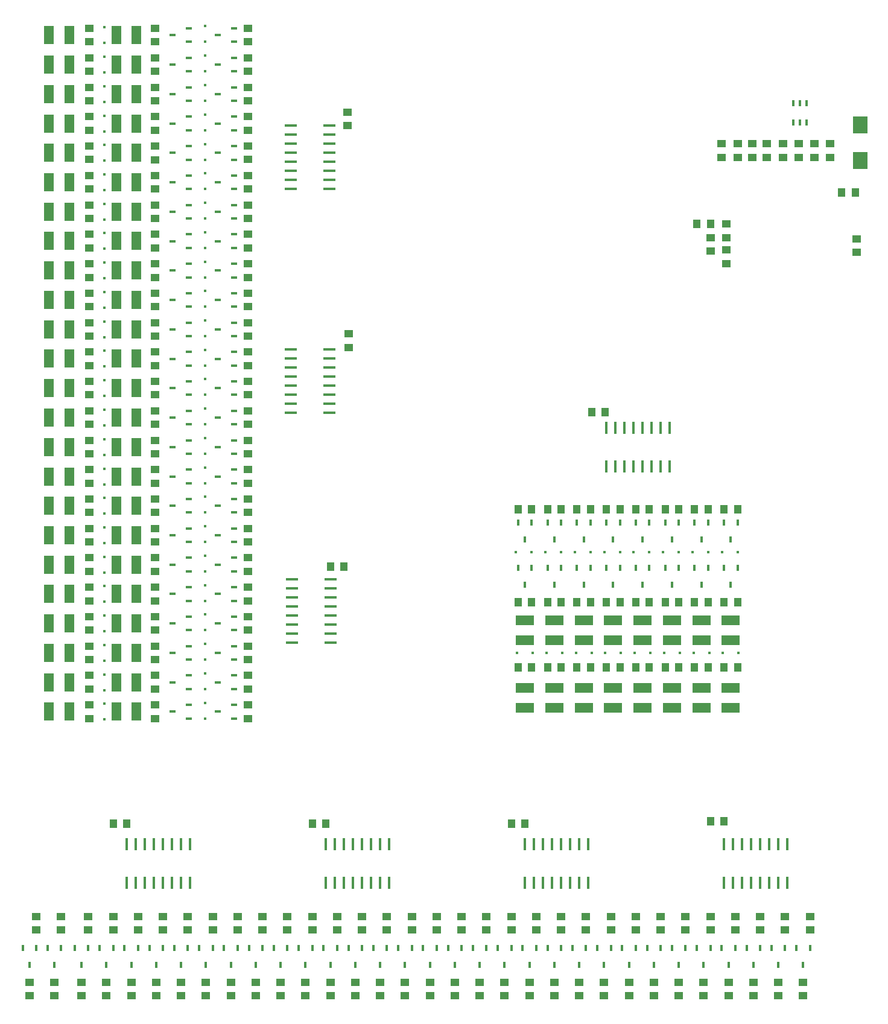
<source format=gbr>
G04 DipTrace 2.4.0.2*
%INTopSolderMask.gbr*%
%MOMM*%
%ADD57R,2.5X1.4*%
%ADD59R,0.85X0.45*%
%ADD61R,0.4X0.4*%
%ADD63R,1.4X2.5*%
%ADD65R,0.45X0.85*%
%ADD67R,1.8X0.4*%
%ADD69R,0.4X1.8*%
%ADD81R,0.4X0.9*%
%ADD91R,1.1X1.3*%
%ADD93R,0.1X1.4*%
%ADD95R,1.4X0.1*%
%ADD97R,2.0X2.4*%
%ADD99R,1.3X1.1*%
%FSLAX53Y53*%
G04*
G71*
G90*
G75*
G01*
%LNTopPaste*%
%LPD*%
D99*
X135890Y133509D3*
Y131609D3*
X127000Y133509D3*
Y131609D3*
X122870Y133506D3*
Y131606D3*
D97*
X140058Y136167D3*
Y131167D3*
D99*
X124936Y133509D3*
Y131609D3*
X121297Y120344D3*
Y122244D3*
X139555Y118281D3*
Y120181D3*
X121297Y116693D3*
Y118593D3*
D95*
X125584Y124314D3*
Y123814D3*
Y123314D3*
Y122814D3*
Y122314D3*
Y121814D3*
Y121314D3*
Y120814D3*
Y120314D3*
Y119814D3*
Y119314D3*
Y118814D3*
D93*
X127034Y117364D3*
X127534D3*
X128034D3*
X128534D3*
X129034D3*
X129534D3*
X130034D3*
X130534D3*
X131034D3*
X131534D3*
X132034D3*
X132534D3*
D95*
X133984Y118814D3*
Y119314D3*
Y119814D3*
Y120314D3*
Y120814D3*
Y121314D3*
Y121814D3*
Y122314D3*
Y122814D3*
Y123314D3*
Y123814D3*
Y124314D3*
D93*
X132534Y125764D3*
X132034D3*
X131534D3*
X131034D3*
X130534D3*
X130034D3*
X129534D3*
X129034D3*
X128534D3*
X128034D3*
X127534D3*
X127034D3*
D99*
X131442Y133506D3*
Y131606D3*
D91*
X137491Y126695D3*
X139391D3*
D99*
X129222Y133509D3*
Y131609D3*
X133667Y133509D3*
Y131609D3*
X120650Y131604D3*
Y133504D3*
X119075Y118444D3*
Y120344D3*
D91*
X117170Y122249D3*
X119070D3*
D81*
X130651Y136525D3*
X131601D3*
X132551D3*
Y139225D3*
X131601D3*
X130651D3*
D91*
X91123Y38100D3*
X93023D3*
D69*
X37148Y29845D3*
X38417D3*
X39688D3*
X40958D3*
X42227D3*
X43498D3*
X44768D3*
X46038D3*
Y35245D3*
X44768D3*
X43498D3*
X42227D3*
X40958D3*
X39688D3*
X38417D3*
X37148D3*
D91*
X35242Y38100D3*
X37143D3*
D69*
X65088Y29845D3*
X66358D3*
X67628D3*
X68898D3*
X70168D3*
X71438D3*
X72708D3*
X73978D3*
Y35245D3*
X72708D3*
X71438D3*
X70168D3*
X68898D3*
X67628D3*
X66358D3*
X65088D3*
D91*
X119062Y38417D3*
X120963D3*
D69*
X93028Y29845D3*
X94298D3*
X95567D3*
X96838D3*
X98108D3*
X99378D3*
X100647D3*
X101918D3*
Y35245D3*
X100647D3*
X99378D3*
X98108D3*
X96838D3*
X95567D3*
X94298D3*
X93028D3*
D91*
X63183Y38100D3*
X65082D3*
D69*
X120968Y29845D3*
X122238D3*
X123508D3*
X124777D3*
X126048D3*
X127317D3*
X128588D3*
X129857D3*
Y35245D3*
X128588D3*
X127317D3*
X126048D3*
X124777D3*
X123508D3*
X122238D3*
X120968D3*
D99*
X68263Y104934D3*
Y106834D3*
D67*
X60168Y136047D3*
Y134778D3*
Y133508D3*
Y132237D3*
Y130968D3*
Y129697D3*
Y128428D3*
Y127158D3*
X65568D3*
Y128428D3*
Y129697D3*
Y130968D3*
Y132237D3*
Y133508D3*
Y134778D3*
Y136047D3*
D91*
X67628Y74136D3*
X65728D3*
D67*
X60168Y104615D3*
Y103345D3*
Y102075D3*
Y100805D3*
Y99535D3*
Y98265D3*
Y96995D3*
Y95725D3*
X65568D3*
Y96995D3*
Y98265D3*
Y99535D3*
Y100805D3*
Y102075D3*
Y103345D3*
Y104615D3*
D91*
X104294Y95885D3*
X102394D3*
D67*
X60325Y72390D3*
Y71120D3*
Y69850D3*
Y68580D3*
Y67310D3*
Y66040D3*
Y64770D3*
Y63500D3*
X65725D3*
Y64770D3*
Y66040D3*
Y67310D3*
Y68580D3*
Y69850D3*
Y71120D3*
Y72390D3*
D99*
X68104Y136049D3*
Y137949D3*
D69*
X104457Y88265D3*
X105728D3*
X106997D3*
X108267D3*
X109537D3*
X110808D3*
X112077D3*
X113347D3*
Y93665D3*
X112077D3*
X110808D3*
X109537D3*
X108267D3*
X106997D3*
X105728D3*
X104457D3*
D99*
X24447Y25082D3*
Y23183D3*
X23495Y13970D3*
Y15870D3*
D65*
X24447Y20637D3*
X22547D3*
X23497Y18338D3*
D99*
X27940Y25082D3*
Y23183D3*
X26988Y13970D3*
Y15870D3*
D65*
X27940Y20637D3*
X26040D3*
X26990Y18338D3*
D99*
X31750Y25082D3*
Y23183D3*
X30798Y13970D3*
Y15870D3*
D65*
X31750Y20637D3*
X29850D3*
X30800Y18338D3*
D99*
X35242Y25082D3*
Y23183D3*
X34290Y13970D3*
Y15870D3*
D65*
X35242Y20637D3*
X33342D3*
X34292Y18338D3*
D99*
X38735Y25082D3*
Y23183D3*
X37782Y13970D3*
Y15870D3*
D65*
X38735Y20637D3*
X36835D3*
X37785Y18338D3*
D99*
X42227Y25082D3*
Y23183D3*
X41275Y13970D3*
Y15870D3*
D65*
X42227Y20637D3*
X40327D3*
X41277Y18338D3*
D99*
X45720Y25082D3*
Y23183D3*
X44768Y13970D3*
Y15870D3*
D65*
X45720Y20637D3*
X43820D3*
X44770Y18338D3*
D99*
X49213Y25082D3*
Y23183D3*
X48260Y13970D3*
Y15870D3*
D65*
X49212Y20637D3*
X47312D3*
X48262Y18338D3*
D99*
X52705Y25082D3*
Y23183D3*
X51752Y13970D3*
Y15870D3*
D65*
X52705Y20637D3*
X50805D3*
X51755Y18338D3*
D99*
X56197Y25082D3*
Y23183D3*
X55245Y13970D3*
Y15870D3*
D65*
X56197Y20637D3*
X54297D3*
X55247Y18338D3*
D99*
X59690Y25082D3*
Y23183D3*
X58738Y13970D3*
Y15870D3*
D65*
X59690Y20637D3*
X57790D3*
X58740Y18338D3*
D99*
X63183Y25082D3*
Y23183D3*
X62230Y13970D3*
Y15870D3*
D65*
X63182Y20637D3*
X61282D3*
X62232Y18338D3*
D99*
X66675Y25082D3*
Y23183D3*
X65723Y13970D3*
Y15870D3*
D65*
X66675Y20637D3*
X64775D3*
X65725Y18338D3*
D99*
X70168Y25082D3*
Y23183D3*
X69215Y13970D3*
Y15870D3*
D65*
X70167Y20637D3*
X68267D3*
X69217Y18338D3*
D99*
X73660Y25082D3*
Y23183D3*
X72707Y13970D3*
Y15870D3*
D65*
X73660Y20637D3*
X71760D3*
X72710Y18338D3*
D99*
X77153Y25082D3*
Y23183D3*
X76200Y13970D3*
Y15870D3*
D65*
X77152Y20637D3*
X75252D3*
X76202Y18338D3*
D99*
X80645Y25082D3*
Y23183D3*
X79693Y13970D3*
Y15870D3*
D65*
X80645Y20637D3*
X78745D3*
X79695Y18338D3*
D99*
X84138Y25082D3*
Y23183D3*
X83185Y13970D3*
Y15870D3*
D65*
X84137Y20637D3*
X82237D3*
X83187Y18338D3*
D99*
X87630Y25082D3*
Y23183D3*
X86677Y13970D3*
Y15870D3*
D65*
X87630Y20637D3*
X85730D3*
X86680Y18338D3*
D99*
X91123Y25082D3*
Y23183D3*
X90170Y13970D3*
Y15870D3*
D65*
X91122Y20637D3*
X89222D3*
X90172Y18338D3*
D99*
X94615Y25082D3*
Y23183D3*
X93663Y13970D3*
Y15870D3*
D65*
X94615Y20637D3*
X92715D3*
X93665Y18338D3*
D99*
X98108Y25082D3*
Y23183D3*
X97155Y13970D3*
Y15870D3*
D65*
X98107Y20637D3*
X96207D3*
X97157Y18338D3*
D99*
X101600Y25082D3*
Y23183D3*
X100647Y13970D3*
Y15870D3*
D65*
X101600Y20637D3*
X99700D3*
X100650Y18338D3*
D99*
X105093Y25082D3*
Y23183D3*
X104140Y13970D3*
Y15870D3*
D65*
X105092Y20637D3*
X103192D3*
X104142Y18338D3*
D99*
X108585Y25082D3*
Y23183D3*
X107633Y13975D3*
Y15875D3*
D65*
X108585Y20637D3*
X106685D3*
X107635Y18338D3*
D99*
X112078Y25082D3*
Y23183D3*
X111125Y13970D3*
Y15870D3*
D65*
X112077Y20637D3*
X110177D3*
X111127Y18338D3*
D99*
X115570Y25082D3*
Y23183D3*
X114618Y13970D3*
Y15870D3*
D65*
X115570Y20637D3*
X113670D3*
X114620Y18338D3*
D99*
X119062Y25082D3*
Y23183D3*
X118110Y13970D3*
Y15870D3*
D65*
X119062Y20637D3*
X117162D3*
X118112Y18338D3*
D99*
X122555Y25082D3*
Y23183D3*
X121603Y13970D3*
Y15870D3*
D65*
X122555Y20637D3*
X120655D3*
X121605Y18338D3*
D99*
X126048Y25082D3*
Y23183D3*
X125095Y13970D3*
Y15870D3*
D65*
X126047Y20637D3*
X124147D3*
X125097Y18338D3*
D99*
X129509Y25103D3*
Y23203D3*
X128587Y13970D3*
Y15870D3*
D65*
X129540Y20637D3*
X127640D3*
X128590Y18338D3*
D99*
X133032Y25082D3*
Y23183D3*
X132080Y13970D3*
Y15870D3*
D65*
X133032Y20637D3*
X131132D3*
X132083Y18338D3*
D99*
X31910Y147800D3*
Y149700D3*
D63*
X29052Y148748D3*
X26252D3*
D99*
X41117Y147795D3*
Y149695D3*
X54135Y149700D3*
Y147800D3*
D63*
X35720Y148748D3*
X38520D3*
D61*
X33963Y147648D3*
Y149847D3*
X48102Y147795D3*
Y149995D3*
D59*
X45880Y147795D3*
Y149695D3*
X43580Y148745D3*
X52230Y147795D3*
Y149695D3*
X49930Y148745D3*
D99*
X31910Y143668D3*
Y145568D3*
D63*
X29052Y144615D3*
X26252D3*
D99*
X41117Y143662D3*
Y145562D3*
X54135Y145568D3*
Y143667D3*
D63*
X35720Y144615D3*
X38520D3*
D61*
X33963Y143515D3*
Y145715D3*
X48102Y143662D3*
Y145862D3*
D59*
X45880Y143662D3*
Y145563D3*
X43580Y144613D3*
X52230Y143662D3*
Y145563D3*
X49930Y144613D3*
D99*
X31910Y139540D3*
Y141440D3*
D63*
X29052Y140487D3*
X26252D3*
D99*
X41117Y139535D3*
Y141435D3*
X54135Y141440D3*
Y139540D3*
D63*
X35720Y140487D3*
X38520D3*
D61*
X33963Y139388D3*
Y141588D3*
X48102Y139535D3*
Y141735D3*
D59*
X45880Y139535D3*
Y141435D3*
X43580Y140485D3*
X52230Y139535D3*
Y141435D3*
X49930Y140485D3*
D99*
X31910Y135412D3*
Y137312D3*
D63*
X29052Y136360D3*
X26252D3*
D99*
X41117Y135407D3*
Y137308D3*
X54135Y137312D3*
Y135412D3*
D63*
X35720Y136360D3*
X38520D3*
D61*
X33963Y135260D3*
Y137460D3*
X48102Y135407D3*
Y137607D3*
D59*
X45880Y135407D3*
Y137308D3*
X43580Y136357D3*
X52230Y135407D3*
Y137308D3*
X49930Y136357D3*
D99*
X31910Y131285D3*
Y133185D3*
D63*
X29052Y132232D3*
X26252D3*
D99*
X41117Y131280D3*
Y133180D3*
X54135Y133185D3*
Y131285D3*
D63*
X35720Y132232D3*
X38520D3*
D61*
X33963Y131133D3*
Y133333D3*
X48102Y131280D3*
Y133480D3*
D59*
X45880Y131280D3*
Y133180D3*
X43580Y132230D3*
X52230Y131280D3*
Y133180D3*
X49930Y132230D3*
D99*
X31910Y127157D3*
Y129058D3*
D63*
X29052Y128105D3*
X26252D3*
D99*
X41117Y127152D3*
Y129053D3*
X54135Y129058D3*
Y127157D3*
D63*
X35720Y128105D3*
X38520D3*
D61*
X33963Y127005D3*
Y129205D3*
X48102Y127153D3*
Y129352D3*
D59*
X45880Y127152D3*
Y129053D3*
X43580Y128102D3*
X52230Y127152D3*
Y129053D3*
X49930Y128102D3*
D99*
X31910Y123030D3*
Y124930D3*
D63*
X29052Y123978D3*
X26252D3*
D99*
X41117Y123025D3*
Y124925D3*
X54135Y124930D3*
Y123030D3*
D63*
X35720Y123978D3*
X38520D3*
D61*
X33963Y122878D3*
Y125078D3*
X48102Y123025D3*
Y125225D3*
D59*
X45880Y123025D3*
Y124925D3*
X43580Y123975D3*
X52230Y123025D3*
Y124925D3*
X49930Y123975D3*
D99*
X31910Y118907D3*
Y120808D3*
D63*
X29052Y119855D3*
X26252D3*
D99*
X41117Y118902D3*
Y120803D3*
X54135Y120808D3*
Y118907D3*
D63*
X35720Y119855D3*
X38520D3*
D61*
X33963Y118755D3*
Y120955D3*
X48102Y118903D3*
Y121103D3*
D59*
X45880Y118902D3*
Y120803D3*
X43580Y119853D3*
X52230Y118902D3*
Y120803D3*
X49930Y119853D3*
D99*
X31910Y114770D3*
Y116670D3*
D63*
X29052Y115718D3*
X26252D3*
D99*
X41117Y114765D3*
Y116665D3*
X54135Y116670D3*
Y114770D3*
D63*
X35720Y115718D3*
X38520D3*
D61*
X33963Y114618D3*
Y116817D3*
X48102Y114765D3*
Y116965D3*
D59*
X45880Y114765D3*
Y116665D3*
X43580Y115715D3*
X52230Y114765D3*
Y116665D3*
X49930Y115715D3*
D99*
X31910Y110647D3*
Y112548D3*
D63*
X29052Y111595D3*
X26252D3*
D99*
X41117Y110642D3*
Y112543D3*
X54135Y112548D3*
Y110647D3*
D63*
X35720Y111595D3*
X38520D3*
D61*
X33963Y110495D3*
Y112695D3*
X48102Y110642D3*
Y112842D3*
D59*
X45880Y110642D3*
Y112543D3*
X43580Y111593D3*
X52230Y110642D3*
Y112543D3*
X49930Y111593D3*
D99*
X31910Y106520D3*
Y108420D3*
D63*
X29052Y107468D3*
X26252D3*
D99*
X41117Y106515D3*
Y108415D3*
X54135Y108420D3*
Y106520D3*
D63*
X35720Y107468D3*
X38520D3*
D61*
X33963Y106368D3*
Y108567D3*
X48102Y106515D3*
Y108715D3*
D59*
X45880Y106515D3*
Y108415D3*
X43580Y107465D3*
X52230Y106515D3*
Y108415D3*
X49930Y107465D3*
D99*
X31910Y102397D3*
Y104298D3*
D63*
X29052Y103345D3*
X26252D3*
D99*
X41117Y102392D3*
Y104293D3*
X54135Y104298D3*
Y102397D3*
D63*
X35720Y103345D3*
X38520D3*
D61*
X33963Y102245D3*
Y104445D3*
X48102Y102392D3*
Y104592D3*
D59*
X45880Y102392D3*
Y104293D3*
X43580Y103343D3*
X52230Y102392D3*
Y104293D3*
X49930Y103343D3*
D99*
X31910Y98270D3*
Y100170D3*
D63*
X29052Y99218D3*
X26252D3*
D99*
X41117Y98265D3*
Y100165D3*
X54135Y100170D3*
Y98270D3*
D63*
X35720Y99218D3*
X38520D3*
D61*
X33963Y98118D3*
Y100317D3*
X48102Y98265D3*
Y100465D3*
D59*
X45880Y98265D3*
Y100165D3*
X43580Y99215D3*
X52230Y98265D3*
Y100165D3*
X49930Y99215D3*
D99*
X31910Y94147D3*
Y96048D3*
D63*
X29052Y95095D3*
X26252D3*
D99*
X41117Y94142D3*
Y96043D3*
X54135Y96048D3*
Y94147D3*
D63*
X35720Y95095D3*
X38520D3*
D61*
X33963Y93995D3*
Y96195D3*
X48102Y94142D3*
Y96342D3*
D59*
X45880Y94142D3*
Y96043D3*
X43580Y95093D3*
X52230Y94142D3*
Y96043D3*
X49930Y95093D3*
D99*
X31910Y90010D3*
Y91910D3*
D63*
X29052Y90957D3*
X26252D3*
D99*
X41117Y90005D3*
Y91905D3*
X54135Y91910D3*
Y90010D3*
D63*
X35720Y90957D3*
X38520D3*
D61*
X33963Y89858D3*
Y92057D3*
X48102Y90005D3*
Y92205D3*
D59*
X45880Y90005D3*
Y91905D3*
X43580Y90955D3*
X52230Y90005D3*
Y91905D3*
X49930Y90955D3*
D99*
X31910Y85882D3*
Y87783D3*
D63*
X29052Y86830D3*
X26252D3*
D99*
X41117Y85877D3*
Y87777D3*
X54135Y87782D3*
Y85882D3*
D63*
X35720Y86830D3*
X38520D3*
D61*
X33963Y85730D3*
Y87930D3*
X48102Y85877D3*
Y88078D3*
D59*
X45880Y85877D3*
Y87777D3*
X43580Y86828D3*
X52230Y85877D3*
Y87777D3*
X49930Y86828D3*
D99*
X31910Y81760D3*
Y83660D3*
D63*
X29052Y82707D3*
X26252D3*
D99*
X41117Y81755D3*
Y83655D3*
X54135Y83660D3*
Y81760D3*
D63*
X35720Y82707D3*
X38520D3*
D61*
X33963Y81608D3*
Y83808D3*
X48102Y81755D3*
Y83955D3*
D59*
X45880Y81755D3*
Y83655D3*
X43580Y82705D3*
X52230Y81755D3*
Y83655D3*
X49930Y82705D3*
D99*
X31910Y77638D3*
Y79538D3*
D63*
X29052Y78585D3*
X26252D3*
D99*
X41117Y77633D3*
Y79532D3*
X54135Y79538D3*
Y77638D3*
D63*
X35720Y78585D3*
X38520D3*
D61*
X33963Y77485D3*
Y79685D3*
X48102Y77633D3*
Y79833D3*
D59*
X45880Y77633D3*
Y79532D3*
X43580Y78582D3*
X52230Y77633D3*
Y79532D3*
X49930Y78582D3*
D99*
X31910Y73510D3*
Y75410D3*
D63*
X29052Y74457D3*
X26252D3*
D99*
X41117Y73505D3*
Y75405D3*
X54135Y75410D3*
Y73510D3*
D63*
X35720Y74457D3*
X38520D3*
D61*
X33963Y73358D3*
Y75558D3*
X48102Y73505D3*
Y75705D3*
D59*
X45880Y73505D3*
Y75405D3*
X43580Y74455D3*
X52230Y73505D3*
Y75405D3*
X49930Y74455D3*
D99*
X31910Y69383D3*
Y71283D3*
D63*
X29052Y70330D3*
X26252D3*
D99*
X41117Y69378D3*
Y71278D3*
X54135Y71282D3*
Y69383D3*
D63*
X35720Y70330D3*
X38520D3*
D61*
X33963Y69230D3*
Y71430D3*
X48102Y69378D3*
Y71578D3*
D59*
X45880Y69378D3*
Y71278D3*
X43580Y70328D3*
X52230Y69378D3*
Y71278D3*
X49930Y70328D3*
D99*
X31910Y65255D3*
Y67155D3*
D63*
X29052Y66203D3*
X26252D3*
D99*
X41117Y65250D3*
Y67150D3*
X54135Y67155D3*
Y65255D3*
D63*
X35720Y66203D3*
X38520D3*
D61*
X33963Y65103D3*
Y67302D3*
X48102Y65250D3*
Y67450D3*
D59*
X45880Y65250D3*
Y67150D3*
X43580Y66200D3*
X52230Y65250D3*
Y67150D3*
X49930Y66200D3*
D99*
X31910Y61128D3*
Y63028D3*
D63*
X29052Y62075D3*
X26252D3*
D99*
X41117Y61123D3*
Y63023D3*
X54135Y63028D3*
Y61128D3*
D63*
X35720Y62075D3*
X38520D3*
D61*
X33963Y60975D3*
Y63175D3*
X48102Y61123D3*
Y63322D3*
D59*
X45880Y61123D3*
Y63023D3*
X43580Y62072D3*
X52230Y61123D3*
Y63023D3*
X49930Y62072D3*
D99*
X31910Y57000D3*
Y58900D3*
D63*
X29052Y57947D3*
X26252D3*
D99*
X41117Y56995D3*
Y58895D3*
X54135Y58900D3*
Y57000D3*
D63*
X35720Y57947D3*
X38520D3*
D61*
X33963Y56848D3*
Y59048D3*
X48102Y56995D3*
Y59195D3*
D59*
X45880Y56995D3*
Y58895D3*
X43580Y57945D3*
X52230Y56995D3*
Y58895D3*
X49930Y57945D3*
D99*
X31910Y52873D3*
Y54773D3*
D63*
X29052Y53820D3*
X26252D3*
D99*
X41117Y52868D3*
Y54768D3*
X54135Y54773D3*
Y52873D3*
D63*
X35720Y53820D3*
X38520D3*
D61*
X33963Y52720D3*
Y54920D3*
X48102Y52868D3*
Y55068D3*
D59*
X45880Y52868D3*
Y54768D3*
X43580Y53818D3*
X52230Y52868D3*
Y54768D3*
X49930Y53818D3*
D91*
X93975Y60008D3*
X92075D3*
D57*
X93027Y57150D3*
Y54350D3*
D91*
X93980Y69215D3*
X92080D3*
X92075Y82233D3*
X93975D3*
D57*
X93027Y63817D3*
Y66618D3*
D61*
X94127Y62060D3*
X91927D3*
X93980Y76200D3*
X91780D3*
D65*
X93980Y73978D3*
X92080D3*
X93030Y71678D3*
X93980Y80328D3*
X92080D3*
X93030Y78027D3*
D91*
X98103Y60008D3*
X96203D3*
D57*
X97155Y57150D3*
Y54350D3*
D91*
X98108Y69215D3*
X96207D3*
X96202Y82233D3*
X98103D3*
D57*
X97155Y63817D3*
Y66618D3*
D61*
X98255Y62060D3*
X96055D3*
X98108Y76200D3*
X95908D3*
D65*
X98108Y73978D3*
X96207D3*
X97158Y71678D3*
X98108Y80328D3*
X96207D3*
X97158Y78027D3*
D91*
X102225Y60008D3*
X100325D3*
D57*
X101277Y57150D3*
Y54350D3*
D91*
X102230Y69215D3*
X100330D3*
X100325Y82233D3*
X102225D3*
D57*
X101277Y63817D3*
Y66618D3*
D61*
X102377Y62060D3*
X100178D3*
X102230Y76200D3*
X100030D3*
D65*
X102230Y73978D3*
X100330D3*
X101280Y71678D3*
X102230Y80328D3*
X100330D3*
X101280Y78027D3*
D91*
X106358Y60008D3*
X104457D3*
D57*
X105410Y57150D3*
Y54350D3*
D91*
X106363Y69215D3*
X104462D3*
X104457Y82233D3*
X106358D3*
D57*
X105410Y63817D3*
Y66618D3*
D61*
X106510Y62060D3*
X104310D3*
X106362Y76200D3*
X104163D3*
D65*
X106363Y73978D3*
X104462D3*
X105413Y71678D3*
X106363Y80328D3*
X104462D3*
X105413Y78027D3*
D91*
X110485Y60008D3*
X108585D3*
D57*
X109538Y57150D3*
Y54350D3*
D91*
X110490Y69215D3*
X108590D3*
X108585Y82233D3*
X110485D3*
D57*
X109538Y63817D3*
Y66618D3*
D61*
X110638Y62060D3*
X108438D3*
X110490Y76200D3*
X108290D3*
D65*
X110490Y73978D3*
X108590D3*
X109540Y71678D3*
X110490Y80328D3*
X108590D3*
X109540Y78027D3*
D91*
X114612Y60008D3*
X112712D3*
D57*
X113665Y57150D3*
Y54350D3*
D91*
X114618Y69215D3*
X112717D3*
X112713Y82233D3*
X114613D3*
D57*
X113665Y63817D3*
Y66618D3*
D61*
X114765Y62060D3*
X112565D3*
X114618Y76200D3*
X112418D3*
D65*
X114618Y73978D3*
X112717D3*
X113668Y71678D3*
X114618Y80328D3*
X112717D3*
X113668Y78027D3*
D91*
X118740Y60008D3*
X116840D3*
D57*
X117793Y57150D3*
Y54350D3*
D91*
X118745Y69215D3*
X116845D3*
X116840Y82233D3*
X118740D3*
D57*
X117793Y63817D3*
Y66618D3*
D61*
X118892Y62060D3*
X116693D3*
X118745Y76200D3*
X116545D3*
D65*
X118745Y73978D3*
X116845D3*
X117795Y71678D3*
X118745Y80328D3*
X116845D3*
X117795Y78027D3*
D91*
X122867Y60008D3*
X120967D3*
D57*
X121920Y57150D3*
Y54350D3*
D91*
X122873Y69215D3*
X120973D3*
X120967Y82233D3*
X122868D3*
D57*
X121920Y63817D3*
Y66618D3*
D61*
X123020Y62060D3*
X120820D3*
X122873Y76200D3*
X120673D3*
D65*
X122873Y73978D3*
X120972D3*
X121922Y71678D3*
X122873Y80328D3*
X120972D3*
X121922Y78027D3*
M02*

</source>
